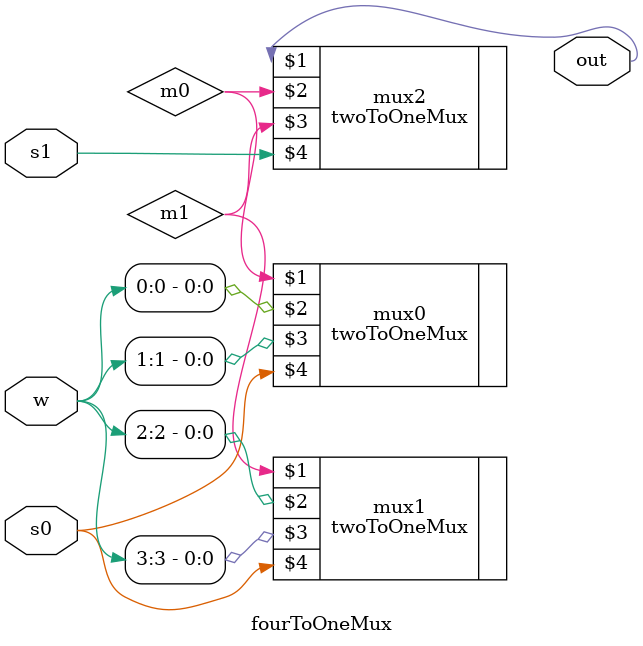
<source format=v>
`include "twoToOneMux.v"
module fourToOneMux(out, w, s0, s1);
	output out;
	input [3:0] w;
	input s0,s1;
	wire m0, m1;
	twoToOneMux mux0(m0, w[0], w[1], s0);
	twoToOneMux mux1(m1, w[2], w[3], s0);
	twoToOneMux mux2(out, m0, m1, s1); 	
	
endmodule

</source>
